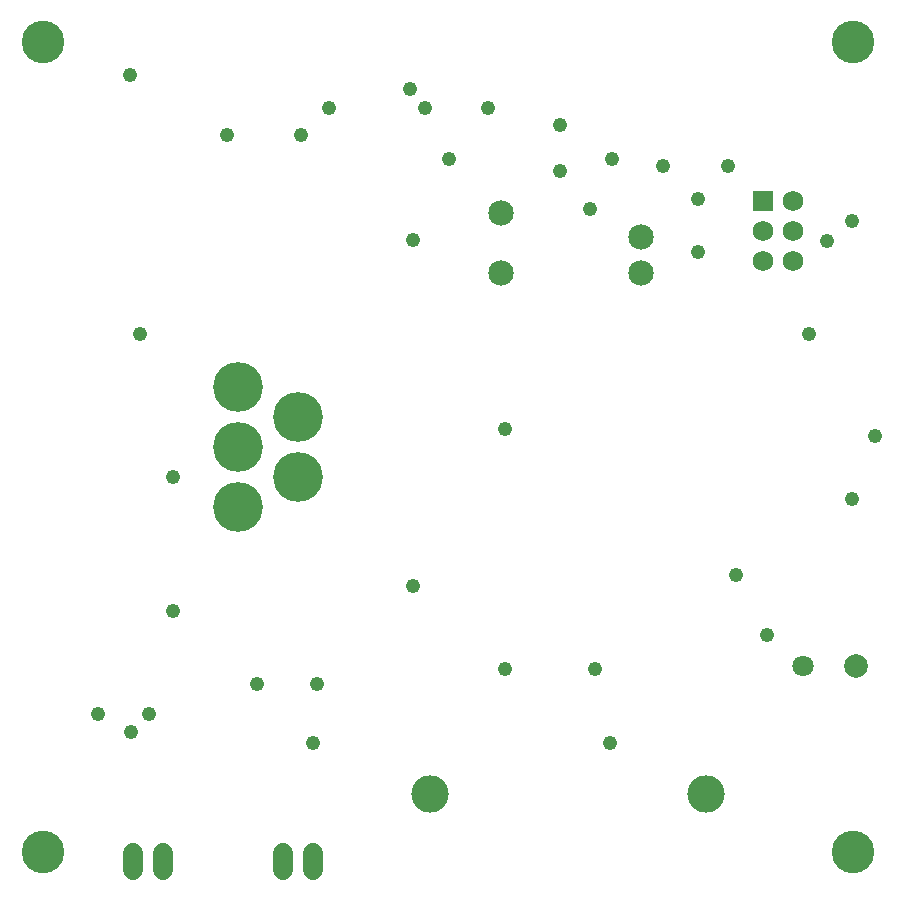
<source format=gbs>
G75*
%MOIN*%
%OFA0B0*%
%FSLAX25Y25*%
%IPPOS*%
%LPD*%
%AMOC8*
5,1,8,0,0,1.08239X$1,22.5*
%
%ADD10C,0.14200*%
%ADD11C,0.07099*%
%ADD12C,0.07887*%
%ADD13C,0.16611*%
%ADD14C,0.12500*%
%ADD15R,0.06824X0.06824*%
%ADD16C,0.06824*%
%ADD17C,0.08477*%
%ADD18C,0.06737*%
%ADD19C,0.04762*%
D10*
X0018800Y0018800D03*
X0018800Y0288800D03*
X0288800Y0288800D03*
X0288800Y0018800D03*
D11*
X0272292Y0080800D03*
D12*
X0290009Y0080800D03*
D13*
X0103800Y0143800D03*
X0083800Y0133800D03*
X0083800Y0153800D03*
X0083800Y0173800D03*
X0103800Y0163800D03*
D14*
X0147800Y0038300D03*
X0239800Y0038300D03*
D15*
X0258800Y0235800D03*
D16*
X0258800Y0225800D03*
X0258800Y0215800D03*
X0268800Y0215800D03*
X0268800Y0225800D03*
X0268800Y0235800D03*
D17*
X0218225Y0224005D03*
X0218225Y0211800D03*
X0171375Y0211800D03*
X0171375Y0231879D03*
D18*
X0108800Y0018769D02*
X0108800Y0012831D01*
X0098800Y0012831D02*
X0098800Y0018769D01*
X0058800Y0018769D02*
X0058800Y0012831D01*
X0048800Y0012831D02*
X0048800Y0018769D01*
D19*
X0048300Y0058800D03*
X0054300Y0064800D03*
X0037300Y0064800D03*
X0062300Y0099300D03*
X0090300Y0074800D03*
X0110300Y0074800D03*
X0108800Y0055300D03*
X0142050Y0107550D03*
X0172800Y0080050D03*
X0202800Y0080050D03*
X0207800Y0055300D03*
X0260300Y0091300D03*
X0249950Y0111200D03*
X0288550Y0136550D03*
X0296300Y0157550D03*
X0274050Y0191550D03*
X0280300Y0222550D03*
X0288550Y0229300D03*
X0247050Y0247550D03*
X0237050Y0236550D03*
X0225550Y0247550D03*
X0208550Y0250050D03*
X0191300Y0245800D03*
X0201050Y0233300D03*
X0191300Y0261300D03*
X0167300Y0267050D03*
X0154050Y0250050D03*
X0146050Y0267050D03*
X0141300Y0273300D03*
X0114050Y0267050D03*
X0104800Y0257800D03*
X0080050Y0257800D03*
X0047800Y0278050D03*
X0051050Y0191550D03*
X0062300Y0143800D03*
X0142300Y0223050D03*
X0172800Y0160050D03*
X0237050Y0219050D03*
M02*

</source>
